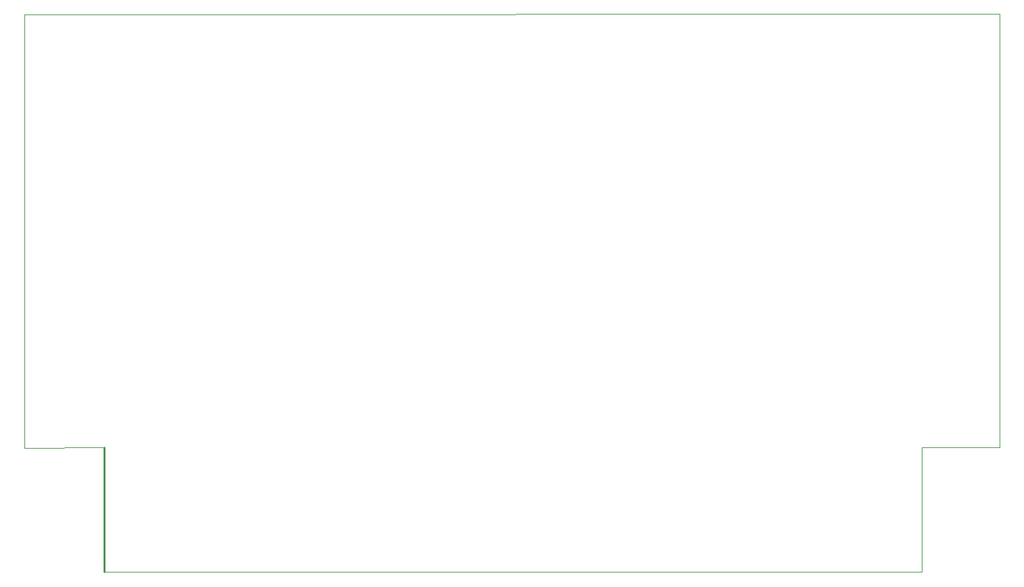
<source format=gm1>
G04 #@! TF.GenerationSoftware,KiCad,Pcbnew,8.0.6*
G04 #@! TF.CreationDate,2025-04-04T16:39:19-04:00*
G04 #@! TF.ProjectId,Sea Wall Schematic 3,53656120-5761-46c6-9c20-536368656d61,rev?*
G04 #@! TF.SameCoordinates,Original*
G04 #@! TF.FileFunction,Profile,NP*
%FSLAX46Y46*%
G04 Gerber Fmt 4.6, Leading zero omitted, Abs format (unit mm)*
G04 Created by KiCad (PCBNEW 8.0.6) date 2025-04-04 16:39:19*
%MOMM*%
%LPD*%
G01*
G04 APERTURE LIST*
G04 #@! TA.AperFunction,Profile*
%ADD10C,0.254000*%
G04 #@! TD*
G04 #@! TA.AperFunction,Profile*
%ADD11C,0.038100*%
G04 #@! TD*
G04 APERTURE END LIST*
D10*
X101700000Y-122325000D02*
X101700000Y-138325000D01*
D11*
X216700000Y-122325000D02*
X216700000Y-66625000D01*
X101700000Y-122325000D02*
X91500000Y-122350000D01*
X206700000Y-138325000D02*
X206700000Y-122325000D01*
X206700000Y-122325000D02*
X216700000Y-122325000D01*
X91500000Y-122350000D02*
X91500000Y-66672974D01*
X216700000Y-66625000D02*
X91500000Y-66672974D01*
X101700000Y-138325000D02*
X206700000Y-138325000D01*
M02*

</source>
